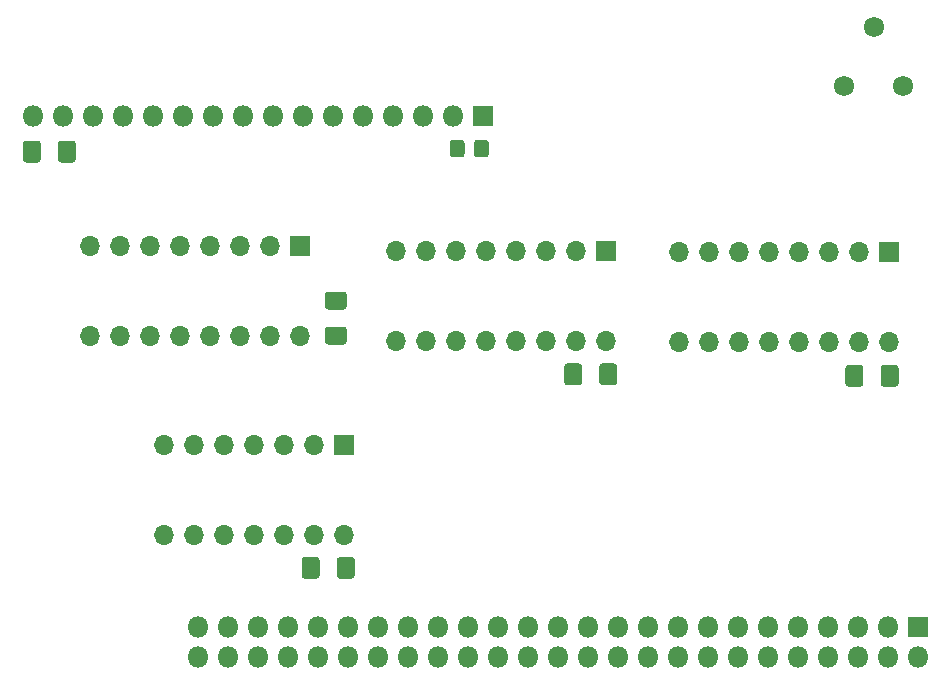
<source format=gbr>
%TF.GenerationSoftware,KiCad,Pcbnew,(5.1.6-0-10_14)*%
%TF.CreationDate,2021-03-04T16:35:38+01:00*%
%TF.ProjectId,lcd_board,6c63645f-626f-4617-9264-2e6b69636164,rev?*%
%TF.SameCoordinates,Original*%
%TF.FileFunction,Soldermask,Top*%
%TF.FilePolarity,Negative*%
%FSLAX46Y46*%
G04 Gerber Fmt 4.6, Leading zero omitted, Abs format (unit mm)*
G04 Created by KiCad (PCBNEW (5.1.6-0-10_14)) date 2021-03-04 16:35:38*
%MOMM*%
%LPD*%
G01*
G04 APERTURE LIST*
%ADD10C,1.720000*%
%ADD11O,1.700000X1.700000*%
%ADD12R,1.700000X1.700000*%
%ADD13O,1.800000X1.800000*%
%ADD14R,1.800000X1.800000*%
G04 APERTURE END LIST*
%TO.C,C5*%
G36*
G01*
X5360500Y46205544D02*
X5360500Y47520456D01*
G75*
G02*
X5628044Y47788000I267544J0D01*
G01*
X6617956Y47788000D01*
G75*
G02*
X6885500Y47520456I0J-267544D01*
G01*
X6885500Y46205544D01*
G75*
G02*
X6617956Y45938000I-267544J0D01*
G01*
X5628044Y45938000D01*
G75*
G02*
X5360500Y46205544I0J267544D01*
G01*
G37*
G36*
G01*
X2385500Y46205544D02*
X2385500Y47520456D01*
G75*
G02*
X2653044Y47788000I267544J0D01*
G01*
X3642956Y47788000D01*
G75*
G02*
X3910500Y47520456I0J-267544D01*
G01*
X3910500Y46205544D01*
G75*
G02*
X3642956Y45938000I-267544J0D01*
G01*
X2653044Y45938000D01*
G75*
G02*
X2385500Y46205544I0J267544D01*
G01*
G37*
%TD*%
D10*
%TO.C,RV1*%
X76962000Y52451000D03*
X74462000Y57451000D03*
X71962000Y52451000D03*
%TD*%
D11*
%TO.C,U4*%
X25908000Y31242000D03*
X8128000Y38862000D03*
X23368000Y31242000D03*
X10668000Y38862000D03*
X20828000Y31242000D03*
X13208000Y38862000D03*
X18288000Y31242000D03*
X15748000Y38862000D03*
X15748000Y31242000D03*
X18288000Y38862000D03*
X13208000Y31242000D03*
X20828000Y38862000D03*
X10668000Y31242000D03*
X23368000Y38862000D03*
X8128000Y31242000D03*
D12*
X25908000Y38862000D03*
%TD*%
D11*
%TO.C,U3*%
X51816000Y30861000D03*
X34036000Y38481000D03*
X49276000Y30861000D03*
X36576000Y38481000D03*
X46736000Y30861000D03*
X39116000Y38481000D03*
X44196000Y30861000D03*
X41656000Y38481000D03*
X41656000Y30861000D03*
X44196000Y38481000D03*
X39116000Y30861000D03*
X46736000Y38481000D03*
X36576000Y30861000D03*
X49276000Y38481000D03*
X34036000Y30861000D03*
D12*
X51816000Y38481000D03*
%TD*%
D11*
%TO.C,U2*%
X75755500Y30734000D03*
X57975500Y38354000D03*
X73215500Y30734000D03*
X60515500Y38354000D03*
X70675500Y30734000D03*
X63055500Y38354000D03*
X68135500Y30734000D03*
X65595500Y38354000D03*
X65595500Y30734000D03*
X68135500Y38354000D03*
X63055500Y30734000D03*
X70675500Y38354000D03*
X60515500Y30734000D03*
X73215500Y38354000D03*
X57975500Y30734000D03*
D12*
X75755500Y38354000D03*
%TD*%
D11*
%TO.C,U1*%
X29591000Y14414500D03*
X14351000Y22034500D03*
X27051000Y14414500D03*
X16891000Y22034500D03*
X24511000Y14414500D03*
X19431000Y22034500D03*
X21971000Y14414500D03*
X21971000Y22034500D03*
X19431000Y14414500D03*
X24511000Y22034500D03*
X16891000Y14414500D03*
X27051000Y22034500D03*
X14351000Y14414500D03*
D12*
X29591000Y22034500D03*
%TD*%
%TO.C,R1*%
G36*
G01*
X39795500Y47595262D02*
X39795500Y46638738D01*
G75*
G02*
X39523762Y46367000I-271738J0D01*
G01*
X38817238Y46367000D01*
G75*
G02*
X38545500Y46638738I0J271738D01*
G01*
X38545500Y47595262D01*
G75*
G02*
X38817238Y47867000I271738J0D01*
G01*
X39523762Y47867000D01*
G75*
G02*
X39795500Y47595262I0J-271738D01*
G01*
G37*
G36*
G01*
X41845500Y47595262D02*
X41845500Y46638738D01*
G75*
G02*
X41573762Y46367000I-271738J0D01*
G01*
X40867238Y46367000D01*
G75*
G02*
X40595500Y46638738I0J271738D01*
G01*
X40595500Y47595262D01*
G75*
G02*
X40867238Y47867000I271738J0D01*
G01*
X41573762Y47867000D01*
G75*
G02*
X41845500Y47595262I0J-271738D01*
G01*
G37*
%TD*%
D13*
%TO.C,J2*%
X3302000Y49911000D03*
X5842000Y49911000D03*
X8382000Y49911000D03*
X10922000Y49911000D03*
X13462000Y49911000D03*
X16002000Y49911000D03*
X18542000Y49911000D03*
X21082000Y49911000D03*
X23622000Y49911000D03*
X26162000Y49911000D03*
X28702000Y49911000D03*
X31242000Y49911000D03*
X33782000Y49911000D03*
X36322000Y49911000D03*
X38862000Y49911000D03*
D14*
X41402000Y49911000D03*
%TD*%
%TO.C,C4*%
G36*
G01*
X51207500Y27346044D02*
X51207500Y28660956D01*
G75*
G02*
X51475044Y28928500I267544J0D01*
G01*
X52464956Y28928500D01*
G75*
G02*
X52732500Y28660956I0J-267544D01*
G01*
X52732500Y27346044D01*
G75*
G02*
X52464956Y27078500I-267544J0D01*
G01*
X51475044Y27078500D01*
G75*
G02*
X51207500Y27346044I0J267544D01*
G01*
G37*
G36*
G01*
X48232500Y27346044D02*
X48232500Y28660956D01*
G75*
G02*
X48500044Y28928500I267544J0D01*
G01*
X49489956Y28928500D01*
G75*
G02*
X49757500Y28660956I0J-267544D01*
G01*
X49757500Y27346044D01*
G75*
G02*
X49489956Y27078500I-267544J0D01*
G01*
X48500044Y27078500D01*
G75*
G02*
X48232500Y27346044I0J267544D01*
G01*
G37*
%TD*%
%TO.C,C3*%
G36*
G01*
X75020000Y27219044D02*
X75020000Y28533956D01*
G75*
G02*
X75287544Y28801500I267544J0D01*
G01*
X76277456Y28801500D01*
G75*
G02*
X76545000Y28533956I0J-267544D01*
G01*
X76545000Y27219044D01*
G75*
G02*
X76277456Y26951500I-267544J0D01*
G01*
X75287544Y26951500D01*
G75*
G02*
X75020000Y27219044I0J267544D01*
G01*
G37*
G36*
G01*
X72045000Y27219044D02*
X72045000Y28533956D01*
G75*
G02*
X72312544Y28801500I267544J0D01*
G01*
X73302456Y28801500D01*
G75*
G02*
X73570000Y28533956I0J-267544D01*
G01*
X73570000Y27219044D01*
G75*
G02*
X73302456Y26951500I-267544J0D01*
G01*
X72312544Y26951500D01*
G75*
G02*
X72045000Y27219044I0J267544D01*
G01*
G37*
%TD*%
%TO.C,C2*%
G36*
G01*
X28235044Y32041000D02*
X29549956Y32041000D01*
G75*
G02*
X29817500Y31773456I0J-267544D01*
G01*
X29817500Y30783544D01*
G75*
G02*
X29549956Y30516000I-267544J0D01*
G01*
X28235044Y30516000D01*
G75*
G02*
X27967500Y30783544I0J267544D01*
G01*
X27967500Y31773456D01*
G75*
G02*
X28235044Y32041000I267544J0D01*
G01*
G37*
G36*
G01*
X28235044Y35016000D02*
X29549956Y35016000D01*
G75*
G02*
X29817500Y34748456I0J-267544D01*
G01*
X29817500Y33758544D01*
G75*
G02*
X29549956Y33491000I-267544J0D01*
G01*
X28235044Y33491000D01*
G75*
G02*
X27967500Y33758544I0J267544D01*
G01*
X27967500Y34748456D01*
G75*
G02*
X28235044Y35016000I267544J0D01*
G01*
G37*
%TD*%
%TO.C,C1*%
G36*
G01*
X28982500Y10963044D02*
X28982500Y12277956D01*
G75*
G02*
X29250044Y12545500I267544J0D01*
G01*
X30239956Y12545500D01*
G75*
G02*
X30507500Y12277956I0J-267544D01*
G01*
X30507500Y10963044D01*
G75*
G02*
X30239956Y10695500I-267544J0D01*
G01*
X29250044Y10695500D01*
G75*
G02*
X28982500Y10963044I0J267544D01*
G01*
G37*
G36*
G01*
X26007500Y10963044D02*
X26007500Y12277956D01*
G75*
G02*
X26275044Y12545500I267544J0D01*
G01*
X27264956Y12545500D01*
G75*
G02*
X27532500Y12277956I0J-267544D01*
G01*
X27532500Y10963044D01*
G75*
G02*
X27264956Y10695500I-267544J0D01*
G01*
X26275044Y10695500D01*
G75*
G02*
X26007500Y10963044I0J267544D01*
G01*
G37*
%TD*%
D13*
%TO.C,J1*%
X17272000Y4064000D03*
X17272000Y6604000D03*
X19812000Y4064000D03*
X19812000Y6604000D03*
X22352000Y4064000D03*
X22352000Y6604000D03*
X24892000Y4064000D03*
X24892000Y6604000D03*
X27432000Y4064000D03*
X27432000Y6604000D03*
X29972000Y4064000D03*
X29972000Y6604000D03*
X32512000Y4064000D03*
X32512000Y6604000D03*
X35052000Y4064000D03*
X35052000Y6604000D03*
X37592000Y4064000D03*
X37592000Y6604000D03*
X40132000Y4064000D03*
X40132000Y6604000D03*
X42672000Y4064000D03*
X42672000Y6604000D03*
X45212000Y4064000D03*
X45212000Y6604000D03*
X47752000Y4064000D03*
X47752000Y6604000D03*
X50292000Y4064000D03*
X50292000Y6604000D03*
X52832000Y4064000D03*
X52832000Y6604000D03*
X55372000Y4064000D03*
X55372000Y6604000D03*
X57912000Y4064000D03*
X57912000Y6604000D03*
X60452000Y4064000D03*
X60452000Y6604000D03*
X62992000Y4064000D03*
X62992000Y6604000D03*
X65532000Y4064000D03*
X65532000Y6604000D03*
X68072000Y4064000D03*
X68072000Y6604000D03*
X70612000Y4064000D03*
X70612000Y6604000D03*
X73152000Y4064000D03*
X73152000Y6604000D03*
X75692000Y4064000D03*
X75692000Y6604000D03*
X78232000Y4064000D03*
D14*
X78232000Y6604000D03*
%TD*%
M02*

</source>
